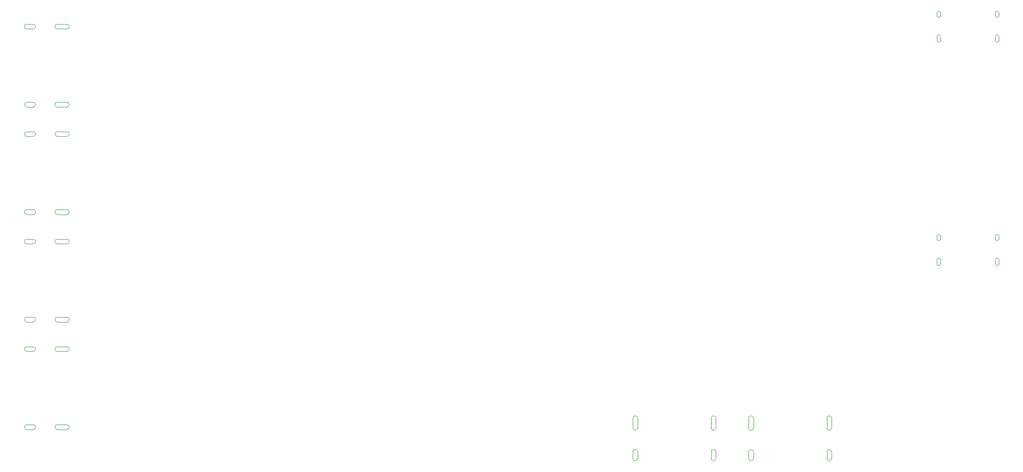
<source format=gm1>
G04*
G04 #@! TF.GenerationSoftware,Altium Limited,Altium Designer,19.1.6 (110)*
G04*
G04 Layer_Color=16711935*
%FSLAX43Y43*%
%MOMM*%
G71*
G01*
G75*
%ADD80C,0.000*%
D80*
X173405Y39827D02*
G03*
X173083Y40150I-323J0D01*
G01*
X173077D02*
G03*
X172755Y39827I0J-323D01*
G01*
Y39072D02*
G03*
X173077Y38750I323J0D01*
G01*
X173083D02*
G03*
X173405Y39072I0J323D01*
G01*
X184255Y39827D02*
G03*
X183932Y40150I-323J0D01*
G01*
X183928D02*
G03*
X183605Y39827I0J-323D01*
G01*
Y39072D02*
G03*
X183928Y38750I323J0D01*
G01*
X183932D02*
G03*
X184255Y39072I0J323D01*
G01*
X173405Y44228D02*
G03*
X173083Y44550I-323J0D01*
G01*
X173077D02*
G03*
X172755Y44228I0J-323D01*
G01*
Y43673D02*
G03*
X173077Y43350I323J0D01*
G01*
X173083D02*
G03*
X173405Y43673I0J323D01*
G01*
X184255Y44228D02*
G03*
X183932Y44550I-323J0D01*
G01*
X183928D02*
G03*
X183605Y44228I0J-323D01*
G01*
Y43673D02*
G03*
X183928Y43350I323J0D01*
G01*
X183932D02*
G03*
X184255Y43673I0J323D01*
G01*
X116750Y2490D02*
G03*
X117200Y2940I0J450D01*
G01*
X116300D02*
G03*
X116750Y2490I450J0D01*
G01*
Y4590D02*
G03*
X116300Y4140I0J-450D01*
G01*
X117200D02*
G03*
X116750Y4590I-450J0D01*
G01*
X131250Y2490D02*
G03*
X131700Y2940I0J450D01*
G01*
X130800D02*
G03*
X131250Y2490I450J0D01*
G01*
Y4590D02*
G03*
X130800Y4140I0J-450D01*
G01*
X131700D02*
G03*
X131250Y4590I-450J0D01*
G01*
X116750Y8150D02*
G03*
X117200Y8600I0J450D01*
G01*
X116300D02*
G03*
X116750Y8150I450J0D01*
G01*
Y10850D02*
G03*
X116300Y10400I0J-450D01*
G01*
X117200D02*
G03*
X116750Y10850I-450J0D01*
G01*
X131250Y8150D02*
G03*
X131700Y8600I0J450D01*
G01*
X130800D02*
G03*
X131250Y8150I450J0D01*
G01*
Y10850D02*
G03*
X130800Y10400I0J-450D01*
G01*
X131700D02*
G03*
X131250Y10850I-450J0D01*
G01*
X138250Y2490D02*
G03*
X138700Y2940I0J450D01*
G01*
X137800D02*
G03*
X138250Y2490I450J0D01*
G01*
Y4590D02*
G03*
X137800Y4140I0J-450D01*
G01*
X138700D02*
G03*
X138250Y4590I-450J0D01*
G01*
X152750Y2490D02*
G03*
X153200Y2940I0J450D01*
G01*
X152300D02*
G03*
X152750Y2490I450J0D01*
G01*
Y4590D02*
G03*
X152300Y4140I0J-450D01*
G01*
X153200D02*
G03*
X152750Y4590I-450J0D01*
G01*
X138250Y8150D02*
G03*
X138700Y8600I0J450D01*
G01*
X137800D02*
G03*
X138250Y8150I450J0D01*
G01*
Y10850D02*
G03*
X137800Y10400I0J-450D01*
G01*
X138700D02*
G03*
X138250Y10850I-450J0D01*
G01*
X152750Y8150D02*
G03*
X153200Y8600I0J450D01*
G01*
X152300D02*
G03*
X152750Y8150I450J0D01*
G01*
Y10850D02*
G03*
X152300Y10400I0J-450D01*
G01*
X153200D02*
G03*
X152750Y10850I-450J0D01*
G01*
X183932Y84850D02*
G03*
X184255Y85173I0J323D01*
G01*
X183605D02*
G03*
X183928Y84850I323J0D01*
G01*
Y86050D02*
G03*
X183605Y85728I0J-323D01*
G01*
X184255D02*
G03*
X183932Y86050I-323J0D01*
G01*
X173083Y84850D02*
G03*
X173405Y85173I0J323D01*
G01*
X172755D02*
G03*
X173077Y84850I323J0D01*
G01*
Y86050D02*
G03*
X172755Y85728I0J-323D01*
G01*
X173405D02*
G03*
X173083Y86050I-323J0D01*
G01*
X183932Y80250D02*
G03*
X184255Y80573I0J323D01*
G01*
X183605D02*
G03*
X183928Y80250I323J0D01*
G01*
Y81650D02*
G03*
X183605Y81327I0J-323D01*
G01*
X184255D02*
G03*
X183932Y81650I-323J0D01*
G01*
X173083Y80250D02*
G03*
X173405Y80573I0J323D01*
G01*
X172755D02*
G03*
X173077Y80250I323J0D01*
G01*
Y81650D02*
G03*
X172755Y81327I0J-323D01*
G01*
X173405D02*
G03*
X173083Y81650I-323J0D01*
G01*
X3727Y69146D02*
G03*
X3277Y68696I0J-450D01*
G01*
D02*
G03*
X3727Y68246I450J0D01*
G01*
X4927D02*
G03*
X5377Y68696I0J450D01*
G01*
D02*
G03*
X4927Y69146I-450J0D01*
G01*
X3727Y83646D02*
G03*
X3277Y83196I0J-450D01*
G01*
D02*
G03*
X3727Y82746I450J0D01*
G01*
X4927D02*
G03*
X5377Y83196I0J450D01*
G01*
D02*
G03*
X4927Y83646I-450J0D01*
G01*
X9387Y69146D02*
G03*
X8937Y68696I0J-450D01*
G01*
D02*
G03*
X9387Y68246I450J0D01*
G01*
X11187D02*
G03*
X11637Y68696I0J450D01*
G01*
D02*
G03*
X11187Y69146I-450J0D01*
G01*
X9387Y83646D02*
G03*
X8937Y83196I0J-450D01*
G01*
D02*
G03*
X9387Y82746I450J0D01*
G01*
X11187D02*
G03*
X11637Y83196I0J450D01*
G01*
D02*
G03*
X11187Y83646I-450J0D01*
G01*
X3727Y49165D02*
G03*
X3277Y48715I0J-450D01*
G01*
D02*
G03*
X3727Y48265I450J0D01*
G01*
X4927D02*
G03*
X5377Y48715I0J450D01*
G01*
D02*
G03*
X4927Y49165I-450J0D01*
G01*
X3727Y63665D02*
G03*
X3277Y63215I0J-450D01*
G01*
D02*
G03*
X3727Y62765I450J0D01*
G01*
X4927D02*
G03*
X5377Y63215I0J450D01*
G01*
D02*
G03*
X4927Y63665I-450J0D01*
G01*
X9387Y49165D02*
G03*
X8937Y48715I0J-450D01*
G01*
D02*
G03*
X9387Y48265I450J0D01*
G01*
X11187D02*
G03*
X11637Y48715I0J450D01*
G01*
D02*
G03*
X11187Y49165I-450J0D01*
G01*
X9387Y63665D02*
G03*
X8937Y63215I0J-450D01*
G01*
D02*
G03*
X9387Y62765I450J0D01*
G01*
X11187D02*
G03*
X11637Y63215I0J450D01*
G01*
D02*
G03*
X11187Y63665I-450J0D01*
G01*
X3727Y29183D02*
G03*
X3277Y28733I0J-450D01*
G01*
D02*
G03*
X3727Y28283I450J0D01*
G01*
X4927D02*
G03*
X5377Y28733I0J450D01*
G01*
D02*
G03*
X4927Y29183I-450J0D01*
G01*
X3727Y43683D02*
G03*
X3277Y43233I0J-450D01*
G01*
D02*
G03*
X3727Y42783I450J0D01*
G01*
X4927D02*
G03*
X5377Y43233I0J450D01*
G01*
D02*
G03*
X4927Y43683I-450J0D01*
G01*
X9387Y29183D02*
G03*
X8937Y28733I0J-450D01*
G01*
D02*
G03*
X9387Y28283I450J0D01*
G01*
X11187D02*
G03*
X11637Y28733I0J450D01*
G01*
D02*
G03*
X11187Y29183I-450J0D01*
G01*
X9387Y43683D02*
G03*
X8937Y43233I0J-450D01*
G01*
D02*
G03*
X9387Y42783I450J0D01*
G01*
X11187D02*
G03*
X11637Y43233I0J450D01*
G01*
D02*
G03*
X11187Y43683I-450J0D01*
G01*
X3727Y9202D02*
G03*
X3277Y8752I0J-450D01*
G01*
D02*
G03*
X3727Y8302I450J0D01*
G01*
X4927D02*
G03*
X5377Y8752I0J450D01*
G01*
D02*
G03*
X4927Y9202I-450J0D01*
G01*
X3727Y23702D02*
G03*
X3277Y23252I0J-450D01*
G01*
D02*
G03*
X3727Y22802I450J0D01*
G01*
X4927D02*
G03*
X5377Y23252I0J450D01*
G01*
D02*
G03*
X4927Y23702I-450J0D01*
G01*
X9387Y9202D02*
G03*
X8937Y8752I0J-450D01*
G01*
D02*
G03*
X9387Y8302I450J0D01*
G01*
X11187D02*
G03*
X11637Y8752I0J450D01*
G01*
D02*
G03*
X11187Y9202I-450J0D01*
G01*
X9387Y23702D02*
G03*
X8937Y23252I0J-450D01*
G01*
D02*
G03*
X9387Y22802I450J0D01*
G01*
X11187D02*
G03*
X11637Y23252I0J450D01*
G01*
D02*
G03*
X11187Y23702I-450J0D01*
G01*
X173405Y39450D02*
Y39830D01*
X172755Y39450D02*
Y39830D01*
Y39070D02*
Y39450D01*
X173405Y39070D02*
Y39450D01*
X184255D02*
Y39830D01*
X183605Y39450D02*
Y39830D01*
Y39070D02*
Y39450D01*
X184255Y39070D02*
Y39450D01*
X173405Y43950D02*
Y44230D01*
X172755Y43950D02*
Y44230D01*
Y43670D02*
Y43950D01*
X173405Y43670D02*
Y43950D01*
X184255D02*
Y44230D01*
X183605Y43950D02*
Y44230D01*
Y43670D02*
Y43950D01*
X184255Y43670D02*
Y43950D01*
X117200Y2940D02*
Y4140D01*
X116300Y2940D02*
Y4140D01*
X131700Y2940D02*
Y4140D01*
X130800Y2940D02*
Y4140D01*
X117200Y8600D02*
Y10400D01*
X116300Y8600D02*
Y10400D01*
X131700Y8600D02*
Y10400D01*
X130800Y8600D02*
Y10400D01*
X138700Y2940D02*
Y4140D01*
X137800Y2940D02*
Y4140D01*
X153200Y2940D02*
Y4140D01*
X152300Y2940D02*
Y4140D01*
X138700Y8600D02*
Y10400D01*
X137800Y8600D02*
Y10400D01*
X153200Y8600D02*
Y10400D01*
X152300Y8600D02*
Y10400D01*
X184255Y85170D02*
Y85450D01*
X183605Y85170D02*
Y85450D01*
Y85730D01*
X184255Y85450D02*
Y85730D01*
X173405Y85170D02*
Y85450D01*
X172755Y85170D02*
Y85450D01*
Y85730D01*
X173405Y85450D02*
Y85730D01*
X184255Y80570D02*
Y80950D01*
X183605Y80570D02*
Y80950D01*
Y81330D01*
X184255Y80950D02*
Y81330D01*
X173405Y80570D02*
Y80950D01*
X172755Y80570D02*
Y80950D01*
Y81330D01*
X173405Y80950D02*
Y81330D01*
X3727Y69146D02*
X4927D01*
X3727Y68246D02*
X4927D01*
X3727Y83646D02*
X4927D01*
X3727Y82746D02*
X4927D01*
X9387Y69146D02*
X11187D01*
X9387Y68246D02*
X11187D01*
X9387Y83646D02*
X11187D01*
X9387Y82746D02*
X11187D01*
X3727Y49165D02*
X4927D01*
X3727Y48265D02*
X4927D01*
X3727Y63665D02*
X4927D01*
X3727Y62765D02*
X4927D01*
X9387Y49165D02*
X11187D01*
X9387Y48265D02*
X11187D01*
X9387Y63665D02*
X11187D01*
X9387Y62765D02*
X11187D01*
X3727Y29183D02*
X4927D01*
X3727Y28283D02*
X4927D01*
X3727Y43683D02*
X4927D01*
X3727Y42783D02*
X4927D01*
X9387Y29183D02*
X11187D01*
X9387Y28283D02*
X11187D01*
X9387Y43683D02*
X11187D01*
X9387Y42783D02*
X11187D01*
X3727Y9202D02*
X4927D01*
X3727Y8302D02*
X4927D01*
X3727Y23702D02*
X4927D01*
X3727Y22802D02*
X4927D01*
X9387Y9202D02*
X11187D01*
X9387Y8302D02*
X11187D01*
X9387Y23702D02*
X11187D01*
X9387Y22802D02*
X11187D01*
M02*

</source>
